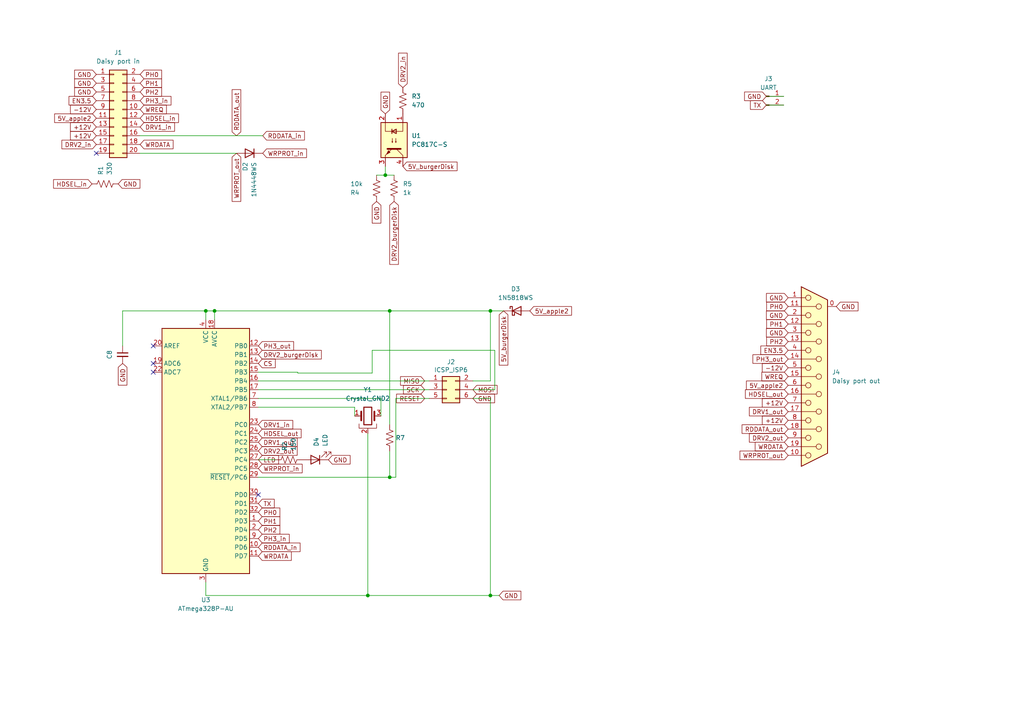
<source format=kicad_sch>
(kicad_sch (version 20250114) (generator "eeschema") (generator_version "9.0")
  (paper "A4")
  (title_block (title "BurgerDisk PCB - Angled DB19 version") (date "2026-01-28") (rev "v2") (company "Colin Leroy-Mira") (comment 1 "License: CC BY-SA"))
  (lib_symbols
    (symbol "Connector:Conn_01x02_Pin" (pin_names (offset 1.016) (hide yes))
      (property "Reference" "J" (at 0 2.54 0))
      (property "Value" "Conn_01x02_Pin" (at 0 -5.08 0))
      (symbol "Conn_01x02_Pin_1_1"
        (rectangle (start 0.8636 0.127) (end 0 -0.127) (stroke (width 0.1524)) (fill (type outline)))
        (rectangle (start 0.8636 -2.413) (end 0 -2.667) (stroke (width 0.1524)) (fill (type outline)))
        (polyline (pts (xy 1.27 0) (xy 0.8636 0)) (stroke (width 0.1524)))
        (polyline (pts (xy 1.27 -2.54) (xy 0.8636 -2.54)) (stroke (width 0.1524)))
        (pin passive line (at 5.08 0 180) (length 3.81) (name "Pin_1") (number "1"))
        (pin passive line (at 5.08 -2.54 180) (length 3.81) (name "Pin_2") (number "2"))
      )
    )
    (symbol "Connector_Generic:Conn_02x03_Odd_Even" (pin_names (offset 1.016) (hide yes))
      (property "Reference" "J" (at 1.27 5.08 0))
      (property "Value" "Conn_02x03_Odd_Even" (at 1.27 -5.08 0))
      (symbol "Conn_02x03_Odd_Even_1_1"
        (rectangle (start -1.27 3.81) (end 3.81 -3.81) (stroke (width 0.254)) (fill (type background)))
        (rectangle (start -1.27 2.667) (end 0 2.413) (stroke (width 0.1524)))
        (rectangle (start -1.27 0.127) (end 0 -0.127) (stroke (width 0.1524)))
        (rectangle (start -1.27 -2.413) (end 0 -2.667) (stroke (width 0.1524)))
        (rectangle (start 3.81 2.667) (end 2.54 2.413) (stroke (width 0.1524)))
        (rectangle (start 3.81 0.127) (end 2.54 -0.127) (stroke (width 0.1524)))
        (rectangle (start 3.81 -2.413) (end 2.54 -2.667) (stroke (width 0.1524)))
        (pin passive line (at -5.08 2.54 0) (length 3.81) (name "Pin_1") (number "1"))
        (pin passive line (at -5.08 0 0) (length 3.81) (name "Pin_3") (number "3"))
        (pin passive line (at -5.08 -2.54 0) (length 3.81) (name "Pin_5") (number "5"))
        (pin passive line (at 7.62 2.54 180) (length 3.81) (name "Pin_2") (number "2"))
        (pin passive line (at 7.62 0 180) (length 3.81) (name "Pin_4") (number "4"))
        (pin passive line (at 7.62 -2.54 180) (length 3.81) (name "Pin_6") (number "6"))
      )
    )
    (symbol "Connector_Generic:Conn_02x10_Odd_Even" (pin_names (offset 1.016) (hide yes))
      (property "Reference" "J" (at 1.27 12.7 0))
      (property "Value" "Conn_02x10_Odd_Even" (at 1.27 -15.24 0))
      (symbol "Conn_02x10_Odd_Even_1_1"
        (rectangle (start -1.27 11.43) (end 3.81 -13.97) (stroke (width 0.254)) (fill (type background)))
        (rectangle (start -1.27 10.287) (end 0 10.033) (stroke (width 0.1524)))
        (rectangle (start -1.27 7.747) (end 0 7.493) (stroke (width 0.1524)))
        (rectangle (start -1.27 5.207) (end 0 4.953) (stroke (width 0.1524)))
        (rectangle (start -1.27 2.667) (end 0 2.413) (stroke (width 0.1524)))
        (rectangle (start -1.27 0.127) (end 0 -0.127) (stroke (width 0.1524)))
        (rectangle (start -1.27 -2.413) (end 0 -2.667) (stroke (width 0.1524)))
        (rectangle (start -1.27 -4.953) (end 0 -5.207) (stroke (width 0.1524)))
        (rectangle (start -1.27 -7.493) (end 0 -7.747) (stroke (width 0.1524)))
        (rectangle (start -1.27 -10.033) (end 0 -10.287) (stroke (width 0.1524)))
        (rectangle (start -1.27 -12.573) (end 0 -12.827) (stroke (width 0.1524)))
        (rectangle (start 3.81 10.287) (end 2.54 10.033) (stroke (width 0.1524)))
        (rectangle (start 3.81 7.747) (end 2.54 7.493) (stroke (width 0.1524)))
        (rectangle (start 3.81 5.207) (end 2.54 4.953) (stroke (width 0.1524)))
        (rectangle (start 3.81 2.667) (end 2.54 2.413) (stroke (width 0.1524)))
        (rectangle (start 3.81 0.127) (end 2.54 -0.127) (stroke (width 0.1524)))
        (rectangle (start 3.81 -2.413) (end 2.54 -2.667) (stroke (width 0.1524)))
        (rectangle (start 3.81 -4.953) (end 2.54 -5.207) (stroke (width 0.1524)))
        (rectangle (start 3.81 -7.493) (end 2.54 -7.747) (stroke (width 0.1524)))
        (rectangle (start 3.81 -10.033) (end 2.54 -10.287) (stroke (width 0.1524)))
        (rectangle (start 3.81 -12.573) (end 2.54 -12.827) (stroke (width 0.1524)))
        (pin passive line (at -5.08 10.16 0) (length 3.81) (name "Pin_1") (number "1"))
        (pin passive line (at -5.08 7.62 0) (length 3.81) (name "Pin_3") (number "3"))
        (pin passive line (at -5.08 5.08 0) (length 3.81) (name "Pin_5") (number "5"))
        (pin passive line (at -5.08 2.54 0) (length 3.81) (name "Pin_7") (number "7"))
        (pin passive line (at -5.08 0 0) (length 3.81) (name "Pin_9") (number "9"))
        (pin passive line (at -5.08 -2.54 0) (length 3.81) (name "Pin_11") (number "11"))
        (pin passive line (at -5.08 -5.08 0) (length 3.81) (name "Pin_13") (number "13"))
        (pin passive line (at -5.08 -7.62 0) (length 3.81) (name "Pin_15") (number "15"))
        (pin passive line (at -5.08 -10.16 0) (length 3.81) (name "Pin_17") (number "17"))
        (pin passive line (at -5.08 -12.7 0) (length 3.81) (name "Pin_19") (number "19"))
        (pin passive line (at 7.62 10.16 180) (length 3.81) (name "Pin_2") (number "2"))
        (pin passive line (at 7.62 7.62 180) (length 3.81) (name "Pin_4") (number "4"))
        (pin passive line (at 7.62 5.08 180) (length 3.81) (name "Pin_6") (number "6"))
        (pin passive line (at 7.62 2.54 180) (length 3.81) (name "Pin_8") (number "8"))
        (pin passive line (at 7.62 0 180) (length 3.81) (name "Pin_10") (number "10"))
        (pin passive line (at 7.62 -2.54 180) (length 3.81) (name "Pin_12") (number "12"))
        (pin passive line (at 7.62 -5.08 180) (length 3.81) (name "Pin_14") (number "14"))
        (pin passive line (at 7.62 -7.62 180) (length 3.81) (name "Pin_16") (number "16"))
        (pin passive line (at 7.62 -10.16 180) (length 3.81) (name "Pin_18") (number "18"))
        (pin passive line (at 7.62 -12.7 180) (length 3.81) (name "Pin_20") (number "20"))
      )
    )
    (symbol "Device:C_Small" (pin_numbers (hide yes)) (pin_names (offset 0.254) (hide yes))
      (property "Reference" "C" (at 0.254 1.778 0))
      (property "Value" "C_Small" (at 0.254 -2.032 0))
      (symbol "C_Small_0_1"
        (polyline (pts (xy -1.524 0.508) (xy 1.524 0.508)) (stroke (width 0.3048)))
        (polyline (pts (xy -1.524 -0.508) (xy 1.524 -0.508)) (stroke (width 0.3302)))
      )
      (symbol "C_Small_1_1"
        (pin passive line (at 0 2.54 270) (length 2.032) (name "~") (number "1"))
        (pin passive line (at 0 -2.54 90) (length 2.032) (name "~") (number "2"))
      )
    )
    (symbol "Device:Crystal_GND2" (pin_names (offset 1.016) (hide yes))
      (property "Reference" "Y" (at 0 5.715 0))
      (property "Value" "Crystal_GND2" (at 0 3.81 0))
      (symbol "Crystal_GND2_0_1"
        (polyline (pts (xy -2.54 0) (xy -1.905 0)))
        (polyline (pts (xy -2.54 -2.286) (xy -2.54 -3.556) (xy 2.54 -3.556) (xy 2.54 -2.286)))
        (polyline (pts (xy -1.905 -1.27) (xy -1.905 1.27)) (stroke (width 0.508)))
        (rectangle (start -1.143 2.54) (end 1.143 -2.54) (stroke (width 0.3048)))
        (polyline (pts (xy 0 -3.81) (xy 0 -3.556)))
        (polyline (pts (xy 1.905 1.27) (xy 1.905 -1.27)) (stroke (width 0.508)))
        (polyline (pts (xy 1.905 0) (xy 2.54 0)))
      )
      (symbol "Crystal_GND2_1_1"
        (pin passive line (at -3.81 0 0) (length 1.27) (name "1") (number "1"))
        (pin passive line (at 0 -5.08 90) (length 1.27) (name "2") (number "2"))
        (pin passive line (at 3.81 0 180) (length 1.27) (name "3") (number "3"))
      )
    )
    (symbol "Device:LED" (pin_numbers (hide yes)) (pin_names (offset 1.016) (hide yes))
      (property "Reference" "D" (at 0 2.54 0))
      (property "Value" "LED" (at 0 -2.54 0))
      (symbol "LED_0_1"
        (polyline (pts (xy -3.048 -0.762) (xy -4.572 -2.286) (xy -3.81 -2.286) (xy -4.572 -2.286) (xy -4.572 -1.524)))
        (polyline (pts (xy -1.778 -0.762) (xy -3.302 -2.286) (xy -2.54 -2.286) (xy -3.302 -2.286) (xy -3.302 -1.524)))
        (polyline (pts (xy -1.27 0) (xy 1.27 0)))
        (polyline (pts (xy -1.27 -1.27) (xy -1.27 1.27)) (stroke (width 0.254)))
        (polyline (pts (xy 1.27 -1.27) (xy 1.27 1.27) (xy -1.27 0) (xy 1.27 -1.27)) (stroke (width 0.254)))
      )
      (symbol "LED_1_1"
        (pin passive line (at -3.81 0 0) (length 2.54) (name "K") (number "1"))
        (pin passive line (at 3.81 0 180) (length 2.54) (name "A") (number "2"))
      )
    )
    (symbol "Device:R_US" (pin_numbers (hide yes)) (pin_names (offset 0))
      (property "Reference" "R" (at 2.54 0 90))
      (property "Value" "R_US" (at -2.54 0 90))
      (symbol "R_US_0_1"
        (polyline (pts (xy 0 2.286) (xy 0 2.54)))
        (polyline (pts (xy 0 2.286) (xy 1.016 1.905) (xy 0 1.524) (xy -1.016 1.143) (xy 0 0.762)))
        (polyline (pts (xy 0 0.762) (xy 1.016 0.381) (xy 0 0) (xy -1.016 -0.381) (xy 0 -0.762)))
        (polyline (pts (xy 0 -0.762) (xy 1.016 -1.143) (xy 0 -1.524) (xy -1.016 -1.905) (xy 0 -2.286)))
        (polyline (pts (xy 0 -2.286) (xy 0 -2.54)))
      )
      (symbol "R_US_1_1"
        (pin passive line (at 0 3.81 270) (length 1.27) (name "~") (number "1"))
        (pin passive line (at 0 -3.81 90) (length 1.27) (name "~") (number "2"))
      )
    )
    (symbol "Diode:1N4448" (pin_numbers (hide yes)) (pin_names (hide yes))
      (property "Reference" "D" (at 0 2.54 0))
      (property "Value" "1N4448" (at 0 -2.54 0))
      (symbol "1N4448_0_1"
        (polyline (pts (xy -1.27 1.27) (xy -1.27 -1.27)) (stroke (width 0.254)))
        (polyline (pts (xy 1.27 1.27) (xy 1.27 -1.27) (xy -1.27 0) (xy 1.27 1.27)) (stroke (width 0.254)))
        (polyline (pts (xy 1.27 0) (xy -1.27 0)))
      )
      (symbol "1N4448_1_1"
        (pin passive line (at -3.81 0 0) (length 2.54) (name "K") (number "1"))
        (pin passive line (at 3.81 0 180) (length 2.54) (name "A") (number "2"))
      )
    )
    (symbol "Diode:1N5818" (pin_numbers (hide yes)) (pin_names (offset 1.016) (hide yes))
      (property "Reference" "D" (at 0 2.54 0))
      (property "Value" "1N5818" (at 0 -2.54 0))
      (symbol "1N5818_0_1"
        (polyline (pts (xy -1.905 0.635) (xy -1.905 1.27) (xy -1.27 1.27) (xy -1.27 -1.27) (xy -0.635 -1.27) (xy -0.635 -0.635)) (stroke (width 0.254)))
        (polyline (pts (xy 1.27 1.27) (xy 1.27 -1.27) (xy -1.27 0) (xy 1.27 1.27)) (stroke (width 0.254)))
        (polyline (pts (xy 1.27 0) (xy -1.27 0)))
      )
      (symbol "1N5818_1_1"
        (pin passive line (at -3.81 0 0) (length 2.54) (name "K") (number "1"))
        (pin passive line (at 3.81 0 180) (length 2.54) (name "A") (number "2"))
      )
    )
    (symbol "Isolator:PC817" (pin_names (offset 1.016))
      (property "Reference" "U" (at -5.08 5.08 0))
      (property "Value" "PC817" (at 0 5.08 0))
      (symbol "PC817_0_1"
        (rectangle (start -5.08 3.81) (end 5.08 -3.81) (stroke (width 0.254)) (fill (type background)))
        (polyline (pts (xy -5.08 2.54) (xy -2.54 2.54) (xy -2.54 -0.635)))
        (polyline (pts (xy -3.175 -0.635) (xy -1.905 -0.635)) (stroke (width 0.254)))
        (polyline (pts (xy -2.54 -0.635) (xy -2.54 -2.54) (xy -5.08 -2.54)))
        (polyline (pts (xy -2.54 -0.635) (xy -3.175 0.635) (xy -1.905 0.635) (xy -2.54 -0.635)) (stroke (width 0.254)))
        (polyline (pts (xy -0.508 0.508) (xy 0.762 0.508) (xy 0.381 0.381) (xy 0.381 0.635) (xy 0.762 0.508)))
        (polyline (pts (xy -0.508 -0.508) (xy 0.762 -0.508) (xy 0.381 -0.635) (xy 0.381 -0.381) (xy 0.762 -0.508)))
        (polyline (pts (xy 2.54 1.905) (xy 2.54 -1.905) (xy 2.54 -1.905)) (stroke (width 0.508)))
        (polyline (pts (xy 2.54 0.635) (xy 4.445 2.54)))
        (polyline (pts (xy 3.048 -1.651) (xy 3.556 -1.143) (xy 4.064 -2.159) (xy 3.048 -1.651) (xy 3.048 -1.651)) (fill (type outline)))
        (polyline (pts (xy 4.445 2.54) (xy 5.08 2.54)))
        (polyline (pts (xy 4.445 -2.54) (xy 2.54 -0.635)) (fill (type outline)))
        (polyline (pts (xy 4.445 -2.54) (xy 5.08 -2.54)))
      )
      (symbol "PC817_1_1"
        (pin passive line (at -7.62 2.54 0) (length 2.54) (name "~") (number "1"))
        (pin passive line (at -7.62 -2.54 0) (length 2.54) (name "~") (number "2"))
        (pin passive line (at 7.62 2.54 180) (length 2.54) (name "~") (number "4"))
        (pin passive line (at 7.62 -2.54 180) (length 2.54) (name "~") (number "3"))
      )
    )
    (symbol "MCU_Microchip_ATmega:ATmega328P-AU"
      (property "Reference" "U" (at -12.7 36.83 0))
      (property "Value" "MCU_Microchip_ATmega_ATmega328P-AU" (at 2.54 -36.83 0))
      (symbol "ATmega328P-AU_0_1"
        (rectangle (start -12.7 -35.56) (end 12.7 35.56) (stroke (width 0.254)) (fill (type background)))
      )
      (symbol "ATmega328P-AU_1_1"
        (pin passive line (at -15.24 30.48 0) (length 2.54) (name "AREF") (number "20"))
        (pin input line (at -15.24 25.4 0) (length 2.54) (name "ADC6") (number "19"))
        (pin input line (at -15.24 22.86 0) (length 2.54) (name "ADC7") (number "22"))
        (pin power_in line (at 0 38.1 270) (length 2.54) (name "VCC") (number "4"))
        (pin passive line (at 0 38.1 270) (length 2.54) (hide yes) (name "VCC") (number "6"))
        (pin passive line (at 0 -38.1 90) (length 2.54) (hide yes) (name "GND") (number "21"))
        (pin power_in line (at 0 -38.1 90) (length 2.54) (name "GND") (number "3"))
        (pin passive line (at 0 -38.1 90) (length 2.54) (hide yes) (name "GND") (number "5"))
        (pin power_in line (at 2.54 38.1 270) (length 2.54) (name "AVCC") (number "18"))
        (pin tri_state line (at 15.24 30.48 180) (length 2.54) (name "PB0") (number "12"))
        (pin tri_state line (at 15.24 27.94 180) (length 2.54) (name "PB1") (number "13"))
        (pin tri_state line (at 15.24 25.4 180) (length 2.54) (name "PB2") (number "14"))
        (pin tri_state line (at 15.24 22.86 180) (length 2.54) (name "PB3") (number "15"))
        (pin tri_state line (at 15.24 20.32 180) (length 2.54) (name "PB4") (number "16"))
        (pin tri_state line (at 15.24 17.78 180) (length 2.54) (name "PB5") (number "17"))
        (pin tri_state line (at 15.24 15.24 180) (length 2.54) (name "XTAL1/PB6") (number "7"))
        (pin tri_state line (at 15.24 12.7 180) (length 2.54) (name "XTAL2/PB7") (number "8"))
        (pin tri_state line (at 15.24 7.62 180) (length 2.54) (name "PC0") (number "23"))
        (pin tri_state line (at 15.24 5.08 180) (length 2.54) (name "PC1") (number "24"))
        (pin tri_state line (at 15.24 2.54 180) (length 2.54) (name "PC2") (number "25"))
        (pin tri_state line (at 15.24 0 180) (length 2.54) (name "PC3") (number "26"))
        (pin tri_state line (at 15.24 -2.54 180) (length 2.54) (name "PC4") (number "27"))
        (pin tri_state line (at 15.24 -5.08 180) (length 2.54) (name "PC5") (number "28"))
        (pin tri_state line (at 15.24 -7.62 180) (length 2.54) (name "~{RESET}/PC6") (number "29"))
        (pin tri_state line (at 15.24 -12.7 180) (length 2.54) (name "PD0") (number "30"))
        (pin tri_state line (at 15.24 -15.24 180) (length 2.54) (name "PD1") (number "31"))
        (pin tri_state line (at 15.24 -17.78 180) (length 2.54) (name "PD2") (number "32"))
        (pin tri_state line (at 15.24 -20.32 180) (length 2.54) (name "PD3") (number "1"))
        (pin tri_state line (at 15.24 -22.86 180) (length 2.54) (name "PD4") (number "2"))
        (pin tri_state line (at 15.24 -25.4 180) (length 2.54) (name "PD5") (number "9"))
        (pin tri_state line (at 15.24 -27.94 180) (length 2.54) (name "PD6") (number "10"))
        (pin tri_state line (at 15.24 -30.48 180) (length 2.54) (name "PD7") (number "11"))
      )
    )
    (symbol "db19:DB19_Female" (pin_names (offset 1.016) (hide yes))
      (property "Reference" "J4" (at 5.08 1.27 0))
      (property "Value" "Daisy port out" (at 5.08 -1.27 0))
      (symbol "DB19_Female_0_1"
        (polyline (pts (xy -3.81 26.035) (xy 3.81 22.225) (xy 3.81 -22.225) (xy -3.81 -26.035) (xy -3.81 26.035)) (stroke (width 0.254)) (fill (type background)))
        (polyline (pts (xy -3.81 22.86) (xy -2.54 22.86)))
        (polyline (pts (xy -3.81 20.32) (xy 0.508 20.32)))
        (polyline (pts (xy -3.81 17.78) (xy -2.54 17.78)))
        (polyline (pts (xy -3.81 15.24) (xy 0.508 15.24)))
        (polyline (pts (xy -3.81 12.7) (xy -2.54 12.7)))
        (polyline (pts (xy -3.81 10.16) (xy 0.508 10.16)))
        (polyline (pts (xy -3.81 7.62) (xy -2.54 7.62)))
        (polyline (pts (xy -3.81 5.08) (xy 0.508 5.08)))
        (polyline (pts (xy -3.81 2.54) (xy -2.54 2.54)))
        (polyline (pts (xy -3.81 0) (xy 0.508 0)))
        (polyline (pts (xy -3.81 -2.54) (xy -2.54 -2.54)))
        (polyline (pts (xy -3.81 -5.08) (xy 0.508 -5.08)))
        (polyline (pts (xy -3.81 -7.62) (xy -2.54 -7.62)))
        (polyline (pts (xy -3.81 -10.16) (xy 0.508 -10.16)))
        (polyline (pts (xy -3.81 -12.7) (xy -2.54 -12.7)))
        (polyline (pts (xy -3.81 -15.24) (xy 0.508 -15.24)))
        (polyline (pts (xy -3.81 -17.78) (xy -2.54 -17.78)))
        (polyline (pts (xy -3.81 -20.32) (xy 0.508 -20.32)))
        (polyline (pts (xy -3.81 -22.86) (xy -2.54 -22.86)))
        (circle (center -1.778 22.86) (radius 0.762))
        (circle (center -1.778 17.78) (radius 0.762))
        (circle (center -1.778 12.7) (radius 0.762))
        (circle (center -1.778 7.62) (radius 0.762))
        (circle (center -1.778 2.54) (radius 0.762))
        (circle (center -1.778 -2.54) (radius 0.762))
        (circle (center -1.778 -7.62) (radius 0.762))
        (circle (center -1.778 -12.7) (radius 0.762))
        (circle (center -1.778 -17.78) (radius 0.762))
        (circle (center -1.778 -22.86) (radius 0.762))
        (circle (center 1.27 20.32) (radius 0.762))
        (circle (center 1.27 15.24) (radius 0.762))
        (circle (center 1.27 10.16) (radius 0.762))
        (circle (center 1.27 5.08) (radius 0.762))
        (circle (center 1.27 0) (radius 0.762))
        (circle (center 1.27 -5.08) (radius 0.762))
        (circle (center 1.27 -10.16) (radius 0.762))
        (circle (center 1.27 -15.24) (radius 0.762))
        (circle (center 1.27 -20.32) (radius 0.762))
      )
      (symbol "DB19_Female_1_1"
        (pin passive line (at -7.62 22.86 0) (length 3.81) (name "1") (number "1"))
        (pin passive line (at -7.62 20.32 0) (length 3.81) (name "P11") (number "11"))
        (pin passive line (at -7.62 17.78 0) (length 3.81) (name "2") (number "2"))
        (pin passive line (at -7.62 15.24 0) (length 3.81) (name "P12") (number "12"))
        (pin passive line (at -7.62 12.7 0) (length 3.81) (name "3") (number "3"))
        (pin passive line (at -7.62 10.16 0) (length 3.81) (name "P13") (number "13"))
        (pin passive line (at -7.62 7.62 0) (length 3.81) (name "4") (number "4"))
        (pin passive line (at -7.62 5.08 0) (length 3.81) (name "P14") (number "14"))
        (pin passive line (at -7.62 2.54 0) (length 3.81) (name "5") (number "5"))
        (pin passive line (at -7.62 0 0) (length 3.81) (name "P15") (number "15"))
        (pin passive line (at -7.62 -2.54 0) (length 3.81) (name "6") (number "6"))
        (pin passive line (at -7.62 -5.08 0) (length 3.81) (name "P16") (number "16"))
        (pin passive line (at -7.62 -7.62 0) (length 3.81) (name "7") (number "7"))
        (pin passive line (at -7.62 -10.16 0) (length 3.81) (name "P17") (number "17"))
        (pin passive line (at -7.62 -12.7 0) (length 3.81) (name "8") (number "8"))
        (pin passive line (at -7.62 -15.24 0) (length 3.81) (name "P18") (number "18"))
        (pin passive line (at -7.62 -17.78 0) (length 3.81) (name "9") (number "9"))
        (pin passive line (at -7.62 -20.32 0) (length 3.81) (name "P19") (number "19"))
        (pin passive line (at -7.62 -22.86 0) (length 3.81) (name "10") (number "10"))
        (pin input line (at 6.35 20.32 180) (length 2.54) (name "0") (number "0"))
      )
    )
    (symbol "e-radionica.com schematics:0603C" (pin_numbers (hide yes)) (pin_names (offset 0.002))
      (property "Reference" "C" (at -0.635 3.175 0))
      (property "Value" "0603C" (at 0 -3.175 0))
      (symbol "0603C_0_1"
        (polyline (pts (xy -0.635 1.905) (xy -0.635 -1.905)) (stroke (width 0.5)))
        (polyline (pts (xy 0.635 1.905) (xy 0.635 -1.905)) (stroke (width 0.5)))
      )
      (symbol "0603C_1_1"
        (pin passive line (at -3.175 0 0) (length 2.54) (name "~") (number "1"))
        (pin passive line (at 3.175 0 180) (length 2.54) (name "~") (number "2"))
      )
    )
    (symbol "e-radionica.com schematics:0603R" (pin_numbers (hide yes)) (pin_names (offset 0.254))
      (property "Reference" "R" (at -1.905 1.905 0))
      (property "Value" "0603R" (at 0 -1.905 0))
      (symbol "0603R_0_1"
        (rectangle (start -1.905 0.635) (end -1.8796 -0.635) (stroke (width 0.1)))
        (rectangle (start -1.905 0.635) (end 1.905 0.6096) (stroke (width 0.1)))
        (rectangle (start -1.905 -0.635) (end 1.905 -0.6604) (stroke (width 0.1)))
        (rectangle (start 1.905 0.635) (end 1.9304 -0.635) (stroke (width 0.1)))
      )
      (symbol "0603R_1_1"
        (pin passive line (at -3.175 0 0) (length 1.27) (name "~") (number "1"))
        (pin passive line (at 3.175 0 180) (length 1.27) (name "~") (number "2"))
      )
    )
    (symbol "e-radionica.com schematics:3V3" (power) (pin_names (offset 0))
      (property "Value" "3V3" (at 0 3.556 0))
      (symbol "3V3_0_1"
        (polyline (pts (xy -1.27 2.54) (xy 1.27 2.54)) (stroke (width 0.0006)))
        (polyline (pts (xy 0 0) (xy 0 2.54)))
      )
      (symbol "3V3_1_1"
        (pin power_in line (at 0 0 90) (length 0) (hide yes) (name "3V3") (number "1"))
      )
    )
    (symbol "e-radionica.com schematics:HYC77-TF09-200"
      (property "Reference" "K" (at 0 11.43 0))
      (property "Value" "HYC77-TF09-200" (at 0 -11.43 0))
      (symbol "HYC77-TF09-200_0_1"
        (rectangle (start -2.54 10.16) (end 3.81 -10.16) (stroke (width 0.1524)))
      )
      (symbol "HYC77-TF09-200_1_1"
        (pin bidirectional line (at -5.08 8.89 0) (length 2.54) (name "X") (number "1"))
        (pin bidirectional line (at -5.08 6.35 0) (length 2.54) (name "CS") (number "2"))
        (pin bidirectional line (at -5.08 3.81 0) (length 2.54) (name "MOSI") (number "3"))
        (pin bidirectional line (at -5.08 1.27 0) (length 2.54) (name "VDD") (number "4"))
        (pin bidirectional line (at -5.08 -1.27 0) (length 2.54) (name "SCLK") (number "5"))
        (pin bidirectional line (at -5.08 -3.81 0) (length 2.54) (name "GND") (number "6"))
        (pin bidirectional line (at -5.08 -6.35 0) (length 2.54) (name "MISO") (number "7"))
        (pin bidirectional line (at -5.08 -8.89 0) (length 2.54) (name "X") (number "8"))
      )
    )
    (symbol "e-radionica.com schematics:SE5218"
      (property "Reference" "U2" (at -3.81 5.08 0))
      (property "Value" "SE5218" (at 0 -5.08 0))
      (symbol "SE5218_0_1"
        (rectangle (start -5.08 3.81) (end 5.08 -3.81) (stroke (width 0.0006)))
      )
      (symbol "SE5218_1_1"
        (pin power_in line (at -7.62 2.54 0) (length 2.54) (name "VIN") (number "1"))
        (pin passive line (at -7.62 0 0) (length 2.54) (name "GND") (number "2"))
        (pin input line (at -7.62 -2.54 0) (length 2.54) (name "EN") (number "3"))
        (pin power_out line (at 7.62 2.54 180) (length 2.54) (name "VOUT") (number "5"))
        (pin passive line (at 7.62 -2.54 180) (length 2.54) (name "NC") (number "4"))
      )
    )
    (symbol "e-radionica.com schematics:TXB0104QPWRQ1"
      (property "Reference" "U" (at 0 8.89 0))
      (property "Value" "TXB0104QPWRQ1" (at 0 -11.43 0))
      (symbol "TXB0104QPWRQ1_0_1"
        (rectangle (start -5.08 7.62) (end 6.35 -10.16) (stroke (width 0.0006)))
      )
      (symbol "TXB0104QPWRQ1_1_1"
        (pin power_in line (at -7.62 6.35 0) (length 2.54) (name "VCCA") (number "1"))
        (pin passive line (at -7.62 3.81 0) (length 2.54) (name "A1") (number "2"))
        (pin passive line (at -7.62 1.27 0) (length 2.54) (name "A2") (number "3"))
        (pin passive line (at -7.62 -1.27 0) (length 2.54) (name "A3") (number "4"))
        (pin passive line (at -7.62 -3.81 0) (length 2.54) (name "A4") (number "5"))
        (pin no_connect line (at -7.62 -6.35 0) (length 2.54) (name "NC") (number "6"))
        (pin passive line (at -7.62 -8.89 0) (length 2.54) (name "GND") (number "7"))
        (pin power_out line (at 8.89 6.35 180) (length 2.54) (name "VCCB") (number "14"))
        (pin passive line (at 8.89 3.81 180) (length 2.54) (name "B1") (number "13"))
        (pin passive line (at 8.89 1.27 180) (length 2.54) (name "B2") (number "12"))
        (pin passive line (at 8.89 -1.27 180) (length 2.54) (name "B3") (number "11"))
        (pin passive line (at 8.89 -3.81 180) (length 2.54) (name "B4") (number "10"))
        (pin no_connect line (at 8.89 -6.35 180) (length 2.54) (name "NC") (number "9"))
        (pin passive line (at 8.89 -8.89 180) (length 2.54) (name "OE") (number "8"))
      )
    )
  )
  (text "VOLTAGE LEVEL TRANSLATOR" (at -54.61 24.13 0) (effects (font (size 1.27 1.27)) (justify left bottom)))
  (text "VOLTAGE REGULATOR\n" (at -112.395 69.85 0) (effects (font (size 1.27 1.27)) (justify left bottom)))
  (text "MICRO SD CARD HOLDER & CAPACITOR" (at -123.19 24.13 0) (effects (font (size 1.27 1.27)) (justify left bottom)))
  (junction (at 142.24 90.17))
  (junction (at 113.03 138.43))
  (junction (at -107.95 45.72) (diameter 0.9144))
  (junction (at -114.3 104.14) (diameter 0.9144))
  (junction (at -54.61 40.64))
  (junction (at -30.48 40.64) (diameter 0.9144))
  (junction (at 62.23 90.17))
  (junction (at -91.44 81.28) (diameter 0.9144))
  (junction (at 59.69 90.17))
  (junction (at -107.95 35.56) (diameter 0.9144))
  (junction (at -91.44 93.98) (diameter 0.9144))
  (junction (at -119.38 35.56) (diameter 0.9144))
  (junction (at -119.38 45.72) (diameter 0.9144))
  (junction (at 111.76 50.8))
  (junction (at -116.84 93.98) (diameter 0.9144))
  (junction (at -31.75 55.88) (diameter 0.9144))
  (junction (at 106.68 172.72))
  (junction (at 113.03 90.17))
  (junction (at -111.76 45.72) (diameter 0.9144))
  (junction (at 142.24 172.72))
  (junction (at -116.84 81.28) (diameter 0.9144))
  (junction (at -41.91 31.75))
  (junction (at -111.76 35.56) (diameter 0.9144))
  (no_connect (at 44.45 100.33))
  (no_connect (at -91.44 49.53))
  (no_connect (at 44.45 107.95))
  (no_connect (at 44.45 105.41))
  (no_connect (at -96.52 99.06))
  (no_connect (at -91.44 31.75))
  (no_connect (at 27.94 44.45))
  (no_connect (at 74.93 143.51))
  (polyline (pts (xy -133.35 19.05) (xy -133.35 57.15)) (stroke (width 0) (type dash)))
  (polyline (pts (xy -69.85 68.58) (xy -6.35 68.58)) (stroke (width 0) (type dash)))
  (wire (pts (xy -114.3 104.14) (xy -114.3 105.41)))
  (wire (pts (xy -121.92 104.14) (xy -114.3 104.14)))
  (wire (pts (xy -107.95 45.72) (xy -107.95 49.53)))
  (polyline (pts (xy -133.985 111.76) (xy -74.295 111.76)) (stroke (width 0) (type dash)))
  (wire (pts (xy -121.92 102.235) (xy -121.92 104.14)))
  (wire (pts (xy 109.22 50.8) (xy 111.76 50.8)))
  (wire (pts (xy -32.385 31.75) (xy -30.48 31.75)))
  (wire (pts (xy -111.76 35.56) (xy -107.95 35.56)))
  (wire (pts (xy -34.29 45.72) (xy -27.94 45.72)))
  (wire (pts (xy 74.93 110.49) (xy 124.46 110.49)))
  (wire (pts (xy -121.92 95.885) (xy -121.92 93.98)))
  (wire (pts (xy -46.355 31.75) (xy -41.91 31.75)))
  (wire (pts (xy -111.76 99.06) (xy -116.84 99.06)))
  (wire (pts (xy 114.808 138.43) (xy 113.03 138.43)))
  (wire (pts (xy 62.23 92.71) (xy 62.23 90.17)))
  (wire (pts (xy -34.29 48.26) (xy -27.94 48.26)))
  (wire (pts (xy -107.95 35.56) (xy -107.95 39.37)))
  (wire (pts (xy 62.23 90.17) (xy 113.03 90.17)))
  (wire (pts (xy 106.68 125.73) (xy 106.68 172.72)))
  (wire (pts (xy -116.84 81.28) (xy -107.95 81.28)))
  (wire (pts (xy 143.51 101.6) (xy 143.51 113.03)))
  (wire (pts (xy 59.69 92.71) (xy 59.69 90.17)))
  (polyline (pts (xy -69.85 19.05) (xy -69.85 68.58)) (stroke (width 0) (type dash)))
  (polyline (pts (xy -69.85 19.05) (xy -6.35 19.05)) (stroke (width 0) (type dash)))
  (polyline (pts (xy -72.39 57.15) (xy -72.39 19.05)) (stroke (width 0) (type dash)))
  (wire (pts (xy -127 35.56) (xy -119.38 35.56)))
  (wire (pts (xy -34.29 50.8) (xy -27.94 50.8)))
  (wire (pts (xy 142.24 110.49) (xy 142.24 90.17)))
  (wire (pts (xy 74.93 138.43) (xy 113.03 138.43)))
  (wire (pts (xy -54.61 31.75) (xy -52.705 31.75)))
  (wire (pts (xy 68.58 44.45) (xy 40.64 44.45)))
  (wire (pts (xy -31.75 55.88) (xy -31.75 57.785)))
  (polyline (pts (xy -74.295 111.76) (xy -74.295 60.96)) (stroke (width 0) (type dash)))
  (wire (pts (xy 111.76 48.26) (xy 111.76 50.8)))
  (wire (pts (xy -107.95 39.37) (xy -91.44 39.37)))
  (wire (pts (xy 110.49 115.57) (xy 74.93 115.57)))
  (wire (pts (xy -59.69 40.64) (xy -54.61 40.64)))
  (wire (pts (xy 110.49 115.57) (xy 110.49 120.65)))
  (wire (pts (xy -95.25 46.99) (xy -91.44 46.99)))
  (wire (pts (xy -31.75 64.135) (xy -31.75 66.04)))
  (polyline (pts (xy -133.35 19.05) (xy -72.39 19.05)) (stroke (width 0) (type dash)))
  (wire (pts (xy 142.24 172.72) (xy 144.78 172.72)))
  (wire (pts (xy -34.29 40.64) (xy -30.48 40.64)))
  (wire (pts (xy -41.91 27.94) (xy -41.91 31.75)))
  (wire (pts (xy 114.808 115.57) (xy 114.808 138.43)))
  (wire (pts (xy -31.75 55.88) (xy -30.48 55.88)))
  (wire (pts (xy 74.93 133.35) (xy 80.01 133.35)))
  (wire (pts (xy 124.46 113.03) (xy 74.93 113.03)))
  (wire (pts (xy 137.16 110.49) (xy 142.24 110.49)))
  (wire (pts (xy -95.25 41.91) (xy -91.44 41.91)))
  (wire (pts (xy -34.29 43.18) (xy -27.94 43.18)))
  (wire (pts (xy -116.84 99.06) (xy -116.84 93.98)))
  (wire (pts (xy -116.84 81.28) (xy -116.84 93.98)))
  (wire (pts (xy -127 38.1) (xy -127 35.56)))
  (wire (pts (xy -91.44 81.28) (xy -91.44 93.98)))
  (wire (pts (xy 102.87 118.11) (xy 74.93 118.11)))
  (wire (pts (xy 111.76 50.8) (xy 114.3 50.8)))
  (wire (pts (xy -91.44 100.965) (xy -91.44 102.87)))
  (wire (pts (xy -100.33 81.28) (xy -91.44 81.28)))
  (wire (pts (xy 124.46 115.57) (xy 114.808 115.57)))
  (wire (pts (xy -127 45.72) (xy -119.38 45.72)))
  (wire (pts (xy -54.61 31.75) (xy -54.61 40.64)))
  (wire (pts (xy -107.95 44.45) (xy -91.44 44.45)))
  (wire (pts (xy -96.52 93.98) (xy -91.44 93.98)))
  (wire (pts (xy -111.76 35.56) (xy -111.76 38.1)))
  (wire (pts (xy -34.29 55.88) (xy -31.75 55.88)))
  (wire (pts (xy 137.16 115.57) (xy 142.24 115.57)))
  (wire (pts (xy 59.69 172.72) (xy 106.68 172.72)))
  (wire (pts (xy 113.03 90.17) (xy 113.03 123.19)))
  (wire (pts (xy -25.4 40.64) (xy -30.48 40.64)))
  (wire (pts (xy -119.38 35.56) (xy -111.76 35.56)))
  (wire (pts (xy 113.03 130.81) (xy 113.03 138.43)))
  (wire (pts (xy -41.91 31.75) (xy -38.735 31.75)))
  (wire (pts (xy 40.64 39.37) (xy 76.2 39.37)))
  (wire (pts (xy -107.95 34.29) (xy -107.95 35.56)))
  (wire (pts (xy 86.36 107.95) (xy 74.93 107.95)))
  (wire (pts (xy -91.44 93.98) (xy -91.44 94.615)))
  (wire (pts (xy -111.76 45.72) (xy -107.95 45.72)))
  (wire (pts (xy -119.38 45.72) (xy -111.76 45.72)))
  (wire (pts (xy -119.38 44.45) (xy -119.38 45.72)))
  (polyline (pts (xy -133.985 62.23) (xy -133.985 111.76)) (stroke (width 0) (type dash)))
  (wire (pts (xy 222.25 30.48) (xy 227.33 30.48)))
  (wire (pts (xy -111.76 93.98) (xy -116.84 93.98)))
  (wire (pts (xy 106.68 172.72) (xy 142.24 172.72)))
  (wire (pts (xy -111.76 96.52) (xy -114.3 96.52)))
  (wire (pts (xy 113.03 90.17) (xy 142.24 90.17)))
  (wire (pts (xy -30.48 31.75) (xy -30.48 40.64)))
  (wire (pts (xy -25.4 36.83) (xy -25.4 40.64)))
  (wire (pts (xy -121.92 93.98) (xy -116.84 93.98)))
  (wire (pts (xy 59.69 168.91) (xy 59.69 172.72)))
  (wire (pts (xy -91.44 81.28) (xy -91.44 77.47)))
  (polyline (pts (xy -133.985 60.96) (xy -133.985 62.23)) (stroke (width 0) (type dash)))
  (wire (pts (xy 143.51 113.03) (xy 137.16 113.03)))
  (wire (pts (xy 107.95 108.204) (xy 86.36 108.204)))
  (wire (pts (xy -54.61 40.64) (xy -50.8 40.64)))
  (polyline (pts (xy -133.35 57.15) (xy -72.39 57.15)) (stroke (width 0) (type dash)))
  (wire (pts (xy 86.36 108.204) (xy 86.36 107.95)))
  (wire (pts (xy -111.76 44.45) (xy -111.76 45.72)))
  (wire (pts (xy -31.75 66.04) (xy -22.86 66.04)))
  (wire (pts (xy -95.25 36.83) (xy -91.44 36.83)))
  (wire (pts (xy -114.3 96.52) (xy -114.3 104.14)))
  (wire (pts (xy -22.86 66.04) (xy -22.86 63.5)))
  (polyline (pts (xy -6.35 68.58) (xy -6.35 19.05)) (stroke (width 0) (type dash)))
  (wire (pts (xy 59.69 90.17) (xy 62.23 90.17)))
  (wire (pts (xy 102.87 118.11) (xy 102.87 120.65)))
  (wire (pts (xy -107.95 44.45) (xy -107.95 45.72)))
  (wire (pts (xy 142.24 90.17) (xy 146.05 90.17)))
  (wire (pts (xy -59.69 38.1) (xy -59.69 40.64)))
  (wire (pts (xy 142.24 115.57) (xy 142.24 172.72)))
  (wire (pts (xy 107.95 101.6) (xy 143.51 101.6)))
  (wire (pts (xy -119.38 35.56) (xy -119.38 38.1)))
  (wire (pts (xy 35.56 90.17) (xy 59.69 90.17)))
  (polyline (pts (xy -74.295 60.96) (xy -133.985 60.96)) (stroke (width 0) (type dash)))
  (wire (pts (xy -127 44.45) (xy -127 45.72)))
  (wire (pts (xy 35.56 100.33) (xy 35.56 90.17)))
  (wire (pts (xy -116.84 77.47) (xy -116.84 81.28)))
  (wire (pts (xy 222.25 27.94) (xy 227.33 27.94)))
  (wire (pts (xy -95.25 34.29) (xy -91.44 34.29)))
  (wire (pts (xy 107.95 101.6) (xy 107.95 108.204)))
  (global_label "PH2" (shape input) (at 40.64 26.67 0) (property "Intersheetrefs" "${INTERSHEET_REFS}" (effects (hide yes))))
  (global_label "+12V" (shape input) (at 228.6 121.92 180) (property "Intersheetrefs" "${INTERSHEET_REFS}" (effects (hide yes))))
  (global_label "5V_burgerDisk" (shape input) (at 116.84 48.26 0) (property "Intersheetrefs" "${INTERSHEET_REFS}" (effects (hide yes))))
  (global_label "WRDATA" (shape input) (at 228.6 129.54 180) (property "Intersheetrefs" "${INTERSHEET_REFS}" (effects (hide yes))))
  (global_label "OE" (shape input) (at -30.48 55.88 0) (property "Intersheetrefs" "${INTERSHEET_REFS}" (effects (hide yes))))
  (global_label "MOSI" (shape input) (at 137.16 113.03 0) (property "Intersheetrefs" "${INTERSHEET_REFS}" (effects (hide yes))))
  (global_label "GND" (shape input) (at 27.94 24.13 180) (property "Intersheetrefs" "${INTERSHEET_REFS}" (effects (hide yes))))
  (global_label "GND" (shape input) (at 27.94 26.67 180) (property "Intersheetrefs" "${INTERSHEET_REFS}" (effects (hide yes))))
  (global_label "GND" (shape input) (at -107.95 49.53 180) (property "Intersheetrefs" "${INTERSHEET_REFS}" (effects (hide yes))))
  (global_label "RDDATA_in" (shape input) (at 74.93 158.75 0) (property "Intersheetrefs" "${INTERSHEET_REFS}" (effects (hide yes))))
  (global_label "-12V" (shape input) (at 228.6 106.68 180) (property "Intersheetrefs" "${INTERSHEET_REFS}" (effects (hide yes))))
  (global_label "DRV2_out" (shape input) (at 228.6 127 180) (property "Intersheetrefs" "${INTERSHEET_REFS}" (effects (hide yes))))
  (global_label "GND" (shape input) (at 228.6 96.52 180) (property "Intersheetrefs" "${INTERSHEET_REFS}" (effects (hide yes))))
  (global_label "WRPROT_in" (shape input) (at 76.2 44.45 0) (property "Intersheetrefs" "${INTERSHEET_REFS}" (effects (hide yes))))
  (global_label "DRV1_out" (shape input) (at 74.93 128.27 0) (property "Intersheetrefs" "${INTERSHEET_REFS}" (effects (hide yes))))
  (global_label "DRV2_burgerDisk" (shape input) (at 114.3 58.42 270) (property "Intersheetrefs" "${INTERSHEET_REFS}" (effects (hide yes))))
  (global_label "RDDATA_out" (shape input) (at 68.58 39.37 90) (property "Intersheetrefs" "${INTERSHEET_REFS}" (effects (hide yes))))
  (global_label "HDSEL_in" (shape input) (at 40.64 34.29 0) (property "Intersheetrefs" "${INTERSHEET_REFS}" (effects (hide yes))))
  (global_label "PH1" (shape input) (at 40.64 24.13 0) (property "Intersheetrefs" "${INTERSHEET_REFS}" (effects (hide yes))))
  (global_label "RDDATA_in" (shape input) (at 76.2 39.37 0) (property "Intersheetrefs" "${INTERSHEET_REFS}" (effects (hide yes))))
  (global_label "GND" (shape input) (at 34.29 53.34 0) (property "Intersheetrefs" "${INTERSHEET_REFS}" (effects (hide yes))))
  (global_label "SCK" (shape input) (at -27.94 48.26 0) (property "Intersheetrefs" "${INTERSHEET_REFS}" (effects (hide yes))))
  (global_label "PH1" (shape input) (at 74.93 151.13 0) (property "Intersheetrefs" "${INTERSHEET_REFS}" (effects (hide yes))))
  (global_label "HDSEL_out" (shape input) (at 228.6 114.3 180) (property "Intersheetrefs" "${INTERSHEET_REFS}" (effects (hide yes))))
  (global_label "PH0" (shape input) (at 40.64 21.59 0) (property "Intersheetrefs" "${INTERSHEET_REFS}" (effects (hide yes))))
  (global_label "CS_L" (shape input) (at -95.25 34.29 180) (property "Intersheetrefs" "${INTERSHEET_REFS}" (effects (hide yes))))
  (global_label "DRV1_in" (shape input) (at 74.93 123.19 0) (property "Intersheetrefs" "${INTERSHEET_REFS}" (effects (hide yes))))
  (global_label "SCK" (shape input) (at 123.19 113.03 180) (property "Intersheetrefs" "${INTERSHEET_REFS}" (effects (hide yes))))
  (global_label "CS" (shape input) (at 74.93 105.41 0) (property "Intersheetrefs" "${INTERSHEET_REFS}" (effects (hide yes))))
  (global_label "PH0" (shape input) (at 74.93 148.59 0) (property "Intersheetrefs" "${INTERSHEET_REFS}" (effects (hide yes))))
  (global_label "PH0" (shape input) (at 228.6 88.9 180) (property "Intersheetrefs" "${INTERSHEET_REFS}" (effects (hide yes))))
  (global_label "PH2" (shape input) (at 74.93 153.67 0) (property "Intersheetrefs" "${INTERSHEET_REFS}" (effects (hide yes))))
  (global_label "5V_burgerDisk" (shape input) (at -25.4 36.83 0) (property "Intersheetrefs" "${INTERSHEET_REFS}" (effects (hide yes))))
  (global_label "DRV2_out" (shape input) (at 74.93 130.81 0) (property "Intersheetrefs" "${INTERSHEET_REFS}" (effects (hide yes))))
  (global_label "GND" (shape input) (at 109.22 58.42 270) (property "Intersheetrefs" "${INTERSHEET_REFS}" (effects (hide yes))))
  (global_label "DRV2_in" (shape input) (at 27.94 41.91 180) (property "Intersheetrefs" "${INTERSHEET_REFS}" (effects (hide yes))))
  (global_label "PH3_in" (shape input) (at 74.93 156.21 0) (property "Intersheetrefs" "${INTERSHEET_REFS}" (effects (hide yes))))
  (global_label "DRV1_in" (shape input) (at 40.64 36.83 0) (property "Intersheetrefs" "${INTERSHEET_REFS}" (effects (hide yes))))
  (global_label "RDDATA_out" (shape input) (at 228.6 124.46 180) (property "Intersheetrefs" "${INTERSHEET_REFS}" (effects (hide yes))))
  (global_label "MOSI_L" (shape input) (at -50.8 45.72 180) (property "Intersheetrefs" "${INTERSHEET_REFS}" (effects (hide yes))))
  (global_label "GND" (shape input) (at 27.94 21.59 180) (property "Intersheetrefs" "${INTERSHEET_REFS}" (effects (hide yes))))
  (global_label "DRV2_burgerDisk" (shape input) (at 74.93 102.87 0) (property "Intersheetrefs" "${INTERSHEET_REFS}" (effects (hide yes))))
  (global_label "HDSEL_in" (shape input) (at 26.67 53.34 180) (property "Intersheetrefs" "${INTERSHEET_REFS}" (effects (hide yes))))
  (global_label "GND" (shape input) (at 228.6 86.36 180) (property "Intersheetrefs" "${INTERSHEET_REFS}" (effects (hide yes))))
  (global_label "5V_apple2" (shape input) (at 228.6 111.76 180) (property "Intersheetrefs" "${INTERSHEET_REFS}" (effects (hide yes))))
  (global_label "TX" (shape input) (at 222.25 30.48 180) (property "Intersheetrefs" "${INTERSHEET_REFS}" (effects (hide yes))))
  (global_label "HDSEL_out" (shape input) (at 74.93 125.73 0) (property "Intersheetrefs" "${INTERSHEET_REFS}" (effects (hide yes))))
  (global_label "GND" (shape input) (at 228.6 91.44 180) (property "Intersheetrefs" "${INTERSHEET_REFS}" (effects (hide yes))))
  (global_label "MISO" (shape input) (at 123.19 110.49 180) (property "Intersheetrefs" "${INTERSHEET_REFS}" (effects (hide yes))))
  (global_label "-12V" (shape input) (at 27.94 31.75 180) (property "Intersheetrefs" "${INTERSHEET_REFS}" (effects (hide yes))))
  (global_label "TX" (shape input) (at 74.93 146.05 0) (property "Intersheetrefs" "${INTERSHEET_REFS}" (effects (hide yes))))
  (global_label "WRDATA" (shape input) (at 40.64 41.91 0) (property "Intersheetrefs" "${INTERSHEET_REFS}" (effects (hide yes))))
  (global_label "5V_burgerDisk" (shape input) (at -116.84 77.47 180) (property "Intersheetrefs" "${INTERSHEET_REFS}" (effects (hide yes))))
  (global_label "PH3_in" (shape input) (at 40.64 29.21 0) (property "Intersheetrefs" "${INTERSHEET_REFS}" (effects (hide yes))))
  (global_label "WRPROT_out" (shape input) (at 68.58 44.45 270) (property "Intersheetrefs" "${INTERSHEET_REFS}" (effects (hide yes))))
  (global_label "+12V" (shape input) (at 27.94 39.37 180) (property "Intersheetrefs" "${INTERSHEET_REFS}" (effects (hide yes))))
  (global_label "MISO_L" (shape input) (at -50.8 50.8 180) (property "Intersheetrefs" "${INTERSHEET_REFS}" (effects (hide yes))))
  (global_label "WREQ" (shape input) (at 228.6 109.22 180) (property "Intersheetrefs" "${INTERSHEET_REFS}" (effects (hide yes))))
  (global_label "DRV1_out" (shape input) (at 228.6 119.38 180) (property "Intersheetrefs" "${INTERSHEET_REFS}" (effects (hide yes))))
  (global_label "PH2" (shape input) (at 228.6 99.06 180) (property "Intersheetrefs" "${INTERSHEET_REFS}" (effects (hide yes))))
  (global_label "GND" (shape input) (at 35.56 105.41 270) (property "Intersheetrefs" "${INTERSHEET_REFS}" (effects (hide yes))))
  (global_label "CS" (shape input) (at -27.94 43.18 0) (property "Intersheetrefs" "${INTERSHEET_REFS}" (effects (hide yes))))
  (global_label "LED" (shape input) (at 74.93 133.35 0) (property "Intersheetrefs" "${INTERSHEET_REFS}" (effects (hide yes))))
  (global_label "WRDATA" (shape input) (at 74.93 161.29 0) (property "Intersheetrefs" "${INTERSHEET_REFS}" (effects (hide yes))))
  (global_label "CS_L" (shape input) (at -50.8 43.18 180) (property "Intersheetrefs" "${INTERSHEET_REFS}" (effects (hide yes))))
  (global_label "PH1" (shape input) (at 228.6 93.98 180) (property "Intersheetrefs" "${INTERSHEET_REFS}" (effects (hide yes))))
  (global_label "GND" (shape input) (at -41.91 27.94 90) (property "Intersheetrefs" "${INTERSHEET_REFS}" (effects (hide yes))))
  (global_label "PH3_out" (shape input) (at 74.93 100.33 0) (property "Intersheetrefs" "${INTERSHEET_REFS}" (effects (hide yes))))
  (global_label "EN3.5" (shape input) (at 228.6 101.6 180) (property "Intersheetrefs" "${INTERSHEET_REFS}" (effects (hide yes))))
  (global_label "SCLK_L" (shape input) (at -50.8 48.26 180) (property "Intersheetrefs" "${INTERSHEET_REFS}" (effects (hide yes))))
  (global_label "GND" (shape input) (at 95.25 133.35 0) (property "Intersheetrefs" "${INTERSHEET_REFS}" (effects (hide yes))))
  (global_label "PH3_out" (shape input) (at 228.6 104.14 180) (property "Intersheetrefs" "${INTERSHEET_REFS}" (effects (hide yes))))
  (global_label "MISO_L" (shape input) (at -95.25 46.99 180) (property "Intersheetrefs" "${INTERSHEET_REFS}" (effects (hide yes))))
  (global_label "5V_burgerDisk" (shape input) (at 146.05 90.17 270) (property "Intersheetrefs" "${INTERSHEET_REFS}" (effects (hide yes))))
  (global_label "MOSI" (shape input) (at -27.94 45.72 0) (property "Intersheetrefs" "${INTERSHEET_REFS}" (effects (hide yes))))
  (global_label "GND" (shape input) (at -114.3 105.41 270) (property "Intersheetrefs" "${INTERSHEET_REFS}" (effects (hide yes))))
  (global_label "5V_apple2" (shape input) (at 27.94 34.29 180) (property "Intersheetrefs" "${INTERSHEET_REFS}" (effects (hide yes))))
  (global_label "5V_apple2" (shape input) (at 153.67 90.17 0) (property "Intersheetrefs" "${INTERSHEET_REFS}" (effects (hide yes))))
  (global_label "GND" (shape input) (at -50.8 55.88 180) (property "Intersheetrefs" "${INTERSHEET_REFS}" (effects (hide yes))))
  (global_label "WRPROT_in" (shape input) (at 74.93 135.89 0) (property "Intersheetrefs" "${INTERSHEET_REFS}" (effects (hide yes))))
  (global_label "GND" (shape input) (at 111.76 33.02 90) (property "Intersheetrefs" "${INTERSHEET_REFS}" (effects (hide yes))))
  (global_label "RESET" (shape input) (at 123.19 115.57 180) (property "Intersheetrefs" "${INTERSHEET_REFS}" (effects (hide yes))))
  (global_label "MOSI_L" (shape input) (at -95.25 36.83 180) (property "Intersheetrefs" "${INTERSHEET_REFS}" (effects (hide yes))))
  (global_label "+12V" (shape input) (at 228.6 116.84 180) (property "Intersheetrefs" "${INTERSHEET_REFS}" (effects (hide yes))))
  (global_label "WREQ" (shape input) (at 40.64 31.75 0) (property "Intersheetrefs" "${INTERSHEET_REFS}" (effects (hide yes))))
  (global_label "MISO" (shape input) (at -27.94 50.8 0) (property "Intersheetrefs" "${INTERSHEET_REFS}" (effects (hide yes))))
  (global_label "GND" (shape input) (at 242.57 88.9 0) (property "Intersheetrefs" "${INTERSHEET_REFS}" (effects (hide yes))))
  (global_label "EN3.5" (shape input) (at 27.94 29.21 180) (property "Intersheetrefs" "${INTERSHEET_REFS}" (effects (hide yes))))
  (global_label "SCLK_L" (shape input) (at -95.25 41.91 180) (property "Intersheetrefs" "${INTERSHEET_REFS}" (effects (hide yes))))
  (global_label "GND" (shape input) (at 137.16 115.57 0) (property "Intersheetrefs" "${INTERSHEET_REFS}" (effects (hide yes))))
  (global_label "WRPROT_out" (shape input) (at 228.6 132.08 180) (property "Intersheetrefs" "${INTERSHEET_REFS}" (effects (hide yes))))
  (global_label "DRV2_in" (shape input) (at 116.84 25.4 90) (property "Intersheetrefs" "${INTERSHEET_REFS}" (effects (hide yes))))
  (global_label "GND" (shape input) (at -91.44 102.87 270) (property "Intersheetrefs" "${INTERSHEET_REFS}" (effects (hide yes))))
  (global_label "+12V" (shape input) (at 27.94 36.83 180) (property "Intersheetrefs" "${INTERSHEET_REFS}" (effects (hide yes))))
  (global_label "GND" (shape input) (at 222.25 27.94 180) (property "Intersheetrefs" "${INTERSHEET_REFS}" (effects (hide yes))))
  (global_label "GND" (shape input) (at 144.78 172.72 0) (property "Intersheetrefs" "${INTERSHEET_REFS}" (effects (hide yes))))
  (symbol (lib_id "e-radionica.com schematics:0603C") (at -49.53 31.75 0) (unit 1)
    (property "Reference" "C6" (at -49.53 27.94 0) (effects (font (size 1 1))))
    (property "Value" "100n" (at -49.53 34.29 0) (effects (font (size 1 1))))
    (property "Footprint" "Capacitor_SMD:C_0603_1608Metric" (effects (hide yes)))
    (property "LCSC" "C1590" (effects (hide yes)))
  )
  (symbol (lib_id "Device:C_Small") (at 35.56 102.87 0) (unit 1)
    (property "Reference" "C8" (at 31.75 102.87 90))
    (property "Value" "100nF" (effects (hide yes)))
    (property "Footprint" "Capacitor_SMD:C_0603_1608Metric" (effects (hide yes)))
    (property "LCSC" "C28233" (effects (hide yes)))
  )
  (symbol (lib_id "Connector:Conn_01x02_Pin") (at 222.25 27.94 0) (unit 1)
    (property "Reference" "J3" (at 222.885 22.86 0))
    (property "Value" "UART" (at 222.885 25.4 0))
    (property "Footprint" "Connector_PinHeader_2.54mm:PinHeader_1x02_P2.54mm_Vertical" (effects (hide yes)))
    (property "LCSC" "C6273326" (effects (hide yes)))
  )
  (symbol (lib_id "db19:DB19_Female") (at 236.22 109.22 0) (unit 1)
    (property "Reference" "J4" (at 241.3 107.95 0) (effects (justify left)))
    (property "Value" "Daisy port out" (at 241.3 110.49 0) (effects (justify left)))
    (property "Footprint" "DSUB-19-angled:DSUB-19_Female_Horizontal_MXS82009-8251-9246" (effects (hide yes)))
  )
  (symbol (lib_id "Diode:1N4448") (at 72.39 44.45 180) (unit 1)
    (property "Reference" "D2" (at 71.12 46.99 90) (effects (justify left)))
    (property "Value" "1N4448WS" (at 73.66 46.99 90) (effects (justify left)))
    (property "Footprint" "Diode_SMD:D_SOD-323F" (effects (hide yes)))
    (property "Datasheet" "https://assets.nexperia.com/documents/data-sheet/1N4148_1N4448.pdf" (effects (hide yes)))
    (property "Sim.Device" "D" (effects (hide yes)))
    (property "Sim.Pins" "1=K 2=A" (effects (hide yes)))
    (property "LCSC" "C167101" (effects (hide yes)))
  )
  (symbol (lib_id "e-radionica.com schematics:3V3") (at -107.95 34.29 0) (unit 1)
    (property "Reference" "#PWR01" (effects (hide yes)))
    (property "Value" "3V3" (at -107.95 30.48 0) (effects (font (size 1 1))))
  )
  (symbol (lib_id "MCU_Microchip_ATmega:ATmega328P-AU") (at 59.69 130.81 0) (unit 1)
    (property "Reference" "U3" (at 59.69 173.99 0))
    (property "Value" "ATmega328P-AU" (at 59.69 176.53 0))
    (property "Footprint" "Package_QFP:TQFP-32_7x7mm_P0.8mm" (effects (hide yes)))
    (property "Datasheet" "http://ww1.microchip.com/downloads/en/DeviceDoc/ATmega328_P%20AVR%20MCU%20with%20picoPower%20Technology%20Data%20Sheet%2040001984A.pdf" (effects (hide yes)))
    (property "LCSC" "C14877" (effects (hide yes)))
  )
  (symbol (lib_id "e-radionica.com schematics:SE5218") (at -104.14 96.52 0) (unit 1)
    (property "Reference" "U2" (at -107.95 91.44 0))
    (property "Value" "SE5218" (at -104.14 101.6 0))
    (property "Footprint" "Package_TO_SOT_SMD:SOT-23-5" (effects (hide yes)))
    (property "LCSC" "C118233" (effects (hide yes)))
  )
  (symbol (lib_id "Device:R_US") (at 109.22 54.61 180) (unit 1)
    (property "Reference" "R4" (at 101.6 55.88 0) (effects (justify right)))
    (property "Value" "10k" (at 101.6 53.34 0) (effects (justify right)))
    (property "Footprint" "Resistor_SMD:R_0603_1608Metric" (effects (hide yes)))
    (property "LCSC" "C177337" (effects (hide yes)))
  )
  (symbol (lib_id "e-radionica.com schematics:0603C") (at -127 41.275 90) (unit 1)
    (property "Reference" "C1" (at -125.73 39.37 90) (effects (font (size 1 1)) (justify right)))
    (property "Value" "2u2" (at -130.175 39.37 0) (effects (font (size 1 1)) (justify right)))
    (property "Footprint" "Capacitor_SMD:C_0603_1608Metric" (effects (hide yes)))
    (property "LCSC" "C1607" (effects (hide yes)))
  )
  (symbol (lib_id "e-radionica.com schematics:0603C") (at -91.44 97.79 90) (unit 1)
    (property "Reference" "C5" (at -90.17 95.25 90) (effects (font (size 1 1)) (justify right)))
    (property "Value" "2u2" (at -90.17 100.33 90) (effects (font (size 1 1)) (justify right)))
    (property "Footprint" "Capacitor_SMD:C_0603_1608Metric" (effects (hide yes)))
    (property "LCSC" "C1607" (effects (hide yes)))
  )
  (symbol (lib_id "e-radionica.com schematics:3V3") (at -91.44 77.47 0) (unit 1)
    (property "Reference" "#PWR05" (effects (hide yes)))
    (property "Value" "3V3" (at -91.44 73.66 0) (effects (font (size 1 1))))
  )
  (symbol (lib_id "e-radionica.com schematics:HYC77-TF09-200") (at -86.36 40.64 0) (unit 1)
    (property "Reference" "K1" (at -87.63 29.2099 0) (effects (justify left)))
    (property "Value" "HYC77-TF09-200" (at -95.25 52.0699 0) (effects (justify left)))
    (property "Footprint" "MICROSD-HYC77-TF09-200:MICROSD-HYC77-TF09-200" (effects (hide yes)))
    (property "LCSC" "C341092" (effects (hide yes)))
  )
  (symbol (lib_id "e-radionica.com schematics:0603R") (at -31.75 60.96 90) (unit 1)
    (property "Reference" "R6" (at -30.48 59.69 90) (effects (font (size 1 1)) (justify right)))
    (property "Value" "10k" (at -30.48 62.23 90) (effects (font (size 1 1)) (justify right)))
    (property "Footprint" "Resistor_SMD:R_0603_1608Metric" (effects (hide yes)))
    (property "LCSC" "C177337" (effects (hide yes)))
  )
  (symbol (lib_id "Device:R_US") (at 113.03 127 0) (unit 1)
    (property "Reference" "R7" (at 114.7572 127 0) (effects (justify left)))
    (property "Value" "10K" (effects (hide yes)))
    (property "Footprint" "Resistor_SMD:R_0603_1608Metric" (effects (hide yes)))
    (property "LCSC" "C17414" (effects (hide yes)))
  )
  (symbol (lib_id "Device:R_US") (at 116.84 29.21 0) (unit 1)
    (property "Reference" "R3" (at 119.38 27.94 0) (effects (justify left)))
    (property "Value" "470" (at 119.38 30.48 0) (effects (justify left)))
    (property "Footprint" "Resistor_SMD:R_1206_3216Metric" (effects (hide yes)))
    (property "LCSC" "C137212" (effects (hide yes)))
  )
  (symbol (lib_id "Device:LED") (at 91.44 133.35 180) (unit 1)
    (property "Reference" "D4" (at 91.7575 129.54 90) (effects (justify right)))
    (property "Value" "LED" (at 94.2975 129.54 90) (effects (justify right)))
    (property "Footprint" "LED_THT:LED_D3.0mm" (effects (hide yes)))
    (property "LCSC" "C5875763" (effects (hide yes)))
  )
  (symbol (lib_id "Connector_Generic:Conn_02x10_Odd_Even") (at 33.02 31.75 0) (unit 1)
    (property "Reference" "J1" (at 34.29 15.24 0))
    (property "Value" "Daisy port in" (at 34.29 17.78 0))
    (property "Footprint" "Connector_IDC:IDC-Header_2x10_P2.54mm_Horizontal" (effects (hide yes)))
    (property "LCSC" "C3405" (effects (hide yes)))
  )
  (symbol (lib_id "e-radionica.com schematics:0603C") (at -119.38 41.275 90) (unit 1)
    (property "Reference" "C2" (at -118.11 39.37 90) (effects (font (size 1 1)) (justify right)))
    (property "Value" "100n" (at -122.555 39.37 0) (effects (font (size 1 1)) (justify right)))
    (property "Footprint" "Capacitor_SMD:C_0603_1608Metric" (effects (hide yes)))
    (property "LCSC" "C1590" (effects (hide yes)))
  )
  (symbol (lib_id "e-radionica.com schematics:0603C") (at -111.76 41.275 90) (unit 1)
    (property "Reference" "C3" (at -110.49 39.37 90) (effects (font (size 1 1)) (justify right)))
    (property "Value" "100n" (at -114.935 39.37 0) (effects (font (size 1 1)) (justify right)))
    (property "Footprint" "Capacitor_SMD:C_0603_1608Metric" (effects (hide yes)))
    (property "LCSC" "C1590" (effects (hide yes)))
  )
  (symbol (lib_id "Isolator:PC817") (at 114.3 40.64 270) (unit 1)
    (property "Reference" "U1" (at 119.38 39.3699 90) (effects (justify left)))
    (property "Value" "PC817C-S" (at 119.38 41.9099 90) (effects (justify left)))
    (property "Footprint" "Package_SO:SOP-4_3.8x4.1mm_P2.54mm" (effects (hide yes)))
    (property "Datasheet" "http://www.soselectronic.cz/a_info/resource/d/pc817.pdf" (effects (hide yes)))
    (property "LCSC" "C3008369" (effects (hide yes)))
  )
  (symbol (lib_id "Device:R_US") (at 83.82 133.35 270) (unit 1)
    (property "Reference" "R2" (at 82.55 130.81 0) (effects (justify right)))
    (property "Value" "150" (at 85.09 130.81 0) (effects (justify right)))
    (property "Footprint" "Resistor_SMD:R_0603_1608Metric" (effects (hide yes)))
    (property "LCSC" "C177290" (effects (hide yes)))
  )
  (symbol (lib_id "e-radionica.com schematics:3V3") (at -59.69 38.1 0) (unit 1)
    (property "Reference" "#PWR07" (effects (hide yes)))
    (property "Value" "3V3" (at -59.69 34.29 0) (effects (font (size 1 1))))
  )
  (symbol (lib_id "e-radionica.com schematics:0603C") (at -121.92 99.06 90) (unit 1)
    (property "Reference" "C4" (at -120.65 96.52 90) (effects (font (size 1 1)) (justify right)))
    (property "Value" "2u2" (at -120.65 101.6 90) (effects (font (size 1 1)) (justify right)))
    (property "Footprint" "Capacitor_SMD:C_0603_1608Metric" (effects (hide yes)))
    (property "LCSC" "C1607" (effects (hide yes)))
  )
  (symbol (lib_id "Connector_Generic:Conn_02x03_Odd_Even") (at 129.54 113.03 0) (unit 1)
    (property "Reference" "J2" (at 130.81 104.9782 0))
    (property "Value" "ICSP_ISP6" (at 130.81 107.2896 0))
    (property "Footprint" "Connector_IDC:IDC-Header_2x03_P2.54mm_Vertical" (effects (hide yes)))
    (property "LCSC" "C11214" (effects (hide yes)))
  )
  (symbol (lib_id "Device:R_US") (at 30.48 53.34 270) (unit 1)
    (property "Reference" "R1" (at 29.21 50.8 0) (effects (justify right)))
    (property "Value" "330" (at 31.75 50.8 0) (effects (justify right)))
    (property "Footprint" "Resistor_SMD:R_0603_1608Metric" (effects (hide yes)))
    (property "LCSC" "C177341" (effects (hide yes)))
  )
  (symbol (lib_id "Diode:1N5818") (at 149.86 90.17 0) (unit 1)
    (property "Reference" "D3" (at 149.5425 83.82 0))
    (property "Value" "1N5818WS" (at 149.5425 86.36 0))
    (property "Footprint" "Diode_SMD:D_SOD-323" (effects (hide yes)))
    (property "Datasheet" "http://www.vishay.com/docs/88525/1n5817.pdf" (effects (hide yes)))
    (property "LCSC" "C5240366" (effects (hide yes)))
  )
  (symbol (lib_id "e-radionica.com schematics:0603C") (at -35.56 31.75 0) (unit 1)
    (property "Reference" "C7" (at -35.56 27.94 0) (effects (font (size 1 1))))
    (property "Value" "100n" (at -35.56 34.29 0) (effects (font (size 1 1))))
    (property "Footprint" "Capacitor_SMD:C_0603_1608Metric" (effects (hide yes)))
    (property "LCSC" "C1590" (effects (hide yes)))
  )
  (symbol (lib_id "e-radionica.com schematics:3V3") (at -22.86 63.5 0) (unit 1)
    (property "Reference" "#PWR011" (effects (hide yes)))
    (property "Value" "3V3" (at -22.86 59.69 0) (effects (font (size 1 1))))
  )
  (symbol (lib_id "e-radionica.com schematics:TXB0104QPWRQ1") (at -43.18 46.99 0) (unit 1)
    (property "Reference" "U21" (at -43.18 38.1 0))
    (property "Value" "TXB0104QPWRQ1" (at -43.18 58.42 0))
    (property "Footprint" "Package_SO:TSSOP-14-1EP_4.4x5mm_P0.65mm" (effects (hide yes)))
    (property "LCSC" "C527571" (effects (hide yes)))
  )
  (symbol (lib_id "Device:R_US") (at 114.3 54.61 180) (unit 1)
    (property "Reference" "R5" (at 116.84 53.34 0) (effects (justify right)))
    (property "Value" "1k" (at 116.84 55.88 0) (effects (justify right)))
    (property "Footprint" "Resistor_SMD:R_0603_1608Metric" (effects (hide yes)))
    (property "LCSC" "C177343" (effects (hide yes)))
  )
  (symbol (lib_id "Device:Crystal_GND2") (at 106.68 120.65 0) (unit 1)
    (property "Reference" "Y1" (at 106.68 113.03 0))
    (property "Value" "Crystal_GND2" (at 106.68 115.57 0))
    (property "Footprint" "Crystal:Resonator_SMD_Murata_CSTxExxV-3Pin_3.0x1.1mm" (effects (hide yes)))
    (property "Description" "Three pin crystal, GND on pin 2" (effects (hide yes)))
    (property "Ref" "CSTNE16M0V530000R0" (effects (hide yes)))
    (property "LCSC" "C341521" (effects (hide yes)))
  )
)
</source>
